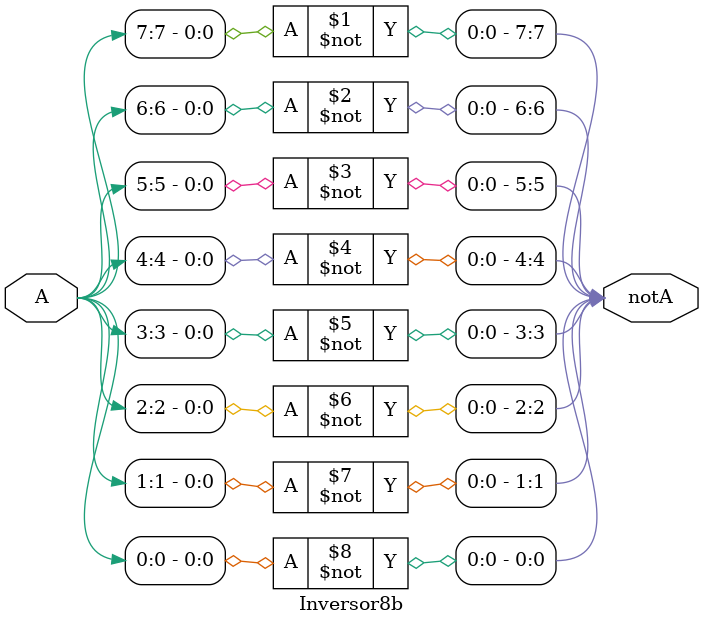
<source format=v>
module Inversor8b(A, notA);
	// Array cujo os bits serao negados
	input [7:0] A;
	
	// Array com os bits negados
	output [7:0] notA;

	not notCH7 (notA[7], A[7]); 
	not notCH6 (notA[6], A[6]); 
	not notCH5 (notA[5], A[5]); 
	not notCH4 (notA[4], A[4]); 
	not notCH3 (notA[3], A[3]); 
	not notCH2 (notA[2], A[2]); 
	not notCH1 (notA[1], A[1]); 
	not notCH0 (notA[0], A[0]);
	
endmodule
</source>
